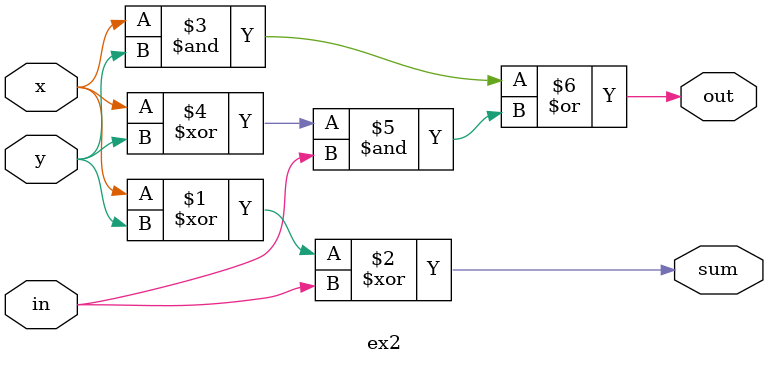
<source format=v>
module ex2
(
	x,
	y,
	in,
	sum,
	out
);

	input x;
	input y;
	input in;

	output sum;
	output out;

	assign sum = (x^y)^in;
	assign out = (x&y)|((x^y)&in);
	
endmodule 
</source>
